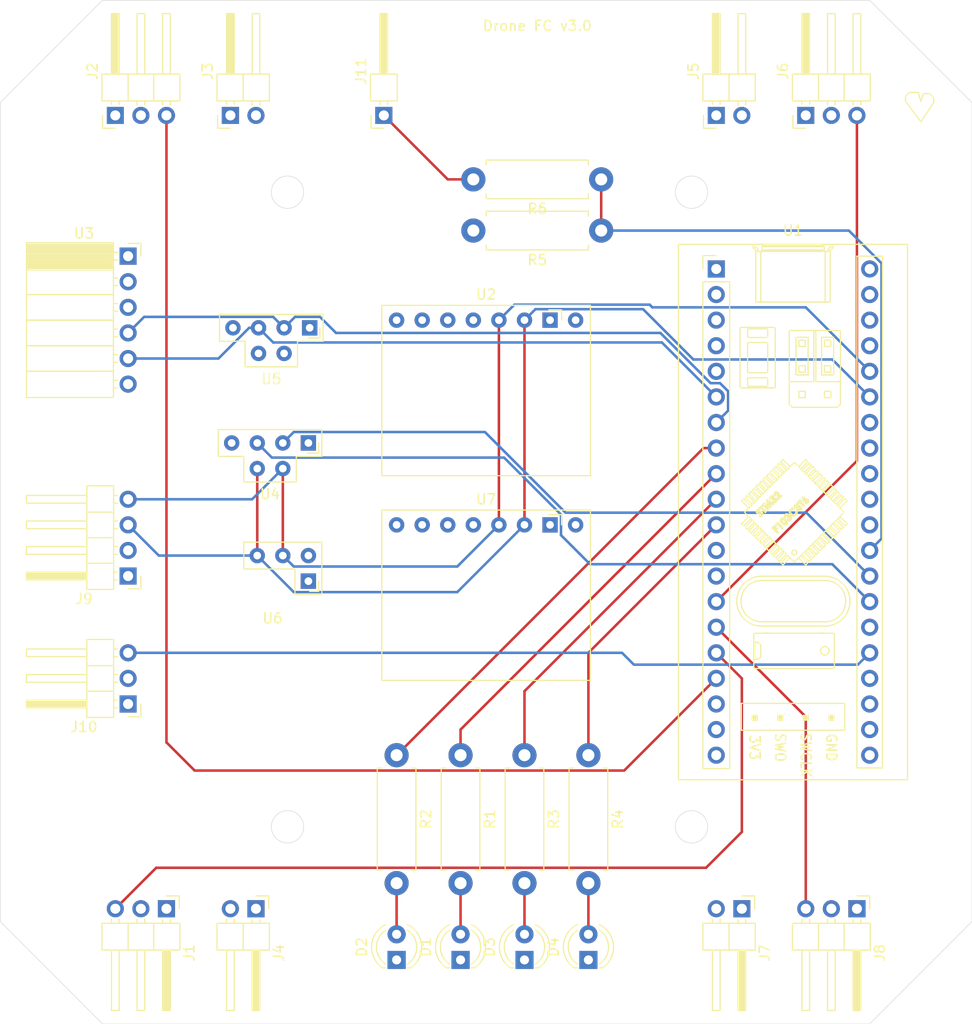
<source format=kicad_pcb>
(kicad_pcb (version 20171130) (host pcbnew "(5.1.10)-1")
  (layers (0 F.Cu signal) (1 In1.Cu signal hide) (2 In2.Cu signal hide) (31 B.Cu signal) (34 B.Paste user) (35 F.Paste user) (36 B.SilkS user) (37 F.SilkS user) (38 B.Mask user) (39 F.Mask user) (44 Edge.Cuts user))
  (net 0 "")
  (net 1 Earth)
  (net 2 "Net-(D1-Pad2)")
  (net 3 "Net-(D2-Pad2)")
  (net 4 "Net-(D3-Pad2)")
  (net 5 "Net-(D4-Pad2)")
  (net 6 /ESC3)
  (net 7 "Net-(J1-Pad2)")
  (net 8 /ESC4)
  (net 9 "Net-(J2-Pad2)")
  (net 10 /5V)
  (net 11 /ESC1)
  (net 12 /ESC2)
  (net 13 /SDA)
  (net 14 /SCL)
  (net 15 /PPM)
  (net 16 "Net-(J11-Pad1)")
  (net 17 /RED_LED)
  (net 18 /GREEN_LED)
  (net 19 /YELLOW_LED)
  (net 20 /BLUE_LED)
  (net 21 /VOLTAGE)
  (net 22 "Net-(U1-Pad1)")
  (net 23 "Net-(U1-Pad2)")
  (net 24 "Net-(U1-Pad38)")
  (net 25 "Net-(U1-Pad3)")
  (net 26 "Net-(U1-Pad37)")
  (net 27 "Net-(U1-Pad4)")
  (net 28 "Net-(U1-Pad5)")
  (net 29 /RX)
  (net 30 "Net-(U1-Pad34)")
  (net 31 /TX)
  (net 32 "Net-(U1-Pad33)")
  (net 33 "Net-(U1-Pad32)")
  (net 34 "Net-(U1-Pad31)")
  (net 35 "Net-(U1-Pad30)")
  (net 36 /TX2)
  (net 37 /RX2)
  (net 38 "Net-(U1-Pad26)")
  (net 39 "Net-(U1-Pad24)")
  (net 40 "Net-(U1-Pad23)")
  (net 41 "Net-(U1-Pad22)")
  (net 42 "Net-(U1-Pad21)")
  (net 43 /3V3)
  (net 44 "Net-(J7-Pad2)")
  (net 45 "Net-(U2-Pad5)")
  (net 46 "Net-(U2-Pad6)")
  (net 47 "Net-(U2-Pad7)")
  (net 48 "Net-(U2-Pad8)")
  (net 49 "Net-(U3-Pad2)")
  (net 50 "Net-(U3-Pad6)")
  (net 51 "Net-(U7-Pad8)")
  (net 52 "Net-(U7-Pad6)")
  (net 53 "Net-(U7-Pad5)")
  (net 54 "Net-(U1-Pad12)")
  (net 55 "Net-(U1-Pad13)")
  (net 56 "Net-(U5-Pad5)")
  (net 57 "Net-(U5-Pad6)")
  (module Footprints:Barometer (layer F.Cu) (at 131.191 108.331 180)
    (fp_text reference U6 (at 1.27 -3.81) (layer F.SilkS))
    (fp_text value Barometer)
    (pad 1 thru_hole rect (at -2.286 -0.127 180) (size 1.524 1.524) (drill 0.762) (layers *.Cu *.Mask) (net 1 Earth))
    (pad 2 thru_hole circle (at -2.286 2.413 180) (size 1.524 1.524) (drill 0.762) (layers *.Cu *.Mask) (net 43 /3V3))
    (pad 3 thru_hole circle (at 0.254 2.413 180) (size 1.524 1.524) (drill 0.762) (layers *.Cu *.Mask) (net 13 /SDA))
    (pad 4 thru_hole circle (at 2.794 2.413 180) (size 1.524 1.524) (drill 0.762) (layers *.Cu *.Mask) (net 14 /SCL))
  )
  (module LED_THT:LED_D4.0mm (layer F.Cu) (at 148.59 146.05 90)
    (fp_text reference D1 (at 1.27 -3.46 90) (layer F.SilkS))
    (fp_text value LED)
    (pad 2 thru_hole circle (at 2.54 0 90) (size 1.8 1.8) (drill 0.9) (layers *.Cu *.Mask) (net 2 "Net-(D1-Pad2)"))
    (pad 1 thru_hole rect (at 0 0 90) (size 1.8 1.8) (drill 0.9) (layers *.Cu *.Mask) (net 1 Earth))
  )
  (module LED_THT:LED_D4.0mm (layer F.Cu) (at 142.24 146.05 90)
    (fp_text reference D2 (at 1.27 -3.46 90) (layer F.SilkS))
    (fp_text value LED)
    (pad 2 thru_hole circle (at 2.54 0 90) (size 1.8 1.8) (drill 0.9) (layers *.Cu *.Mask) (net 3 "Net-(D2-Pad2)"))
    (pad 1 thru_hole rect (at 0 0 90) (size 1.8 1.8) (drill 0.9) (layers *.Cu *.Mask) (net 1 Earth))
  )
  (module LED_THT:LED_D4.0mm (layer F.Cu) (at 154.94 146.05 90)
    (fp_text reference D3 (at 1.27 -3.46 90) (layer F.SilkS))
    (fp_text value LED)
    (pad 2 thru_hole circle (at 2.54 0 90) (size 1.8 1.8) (drill 0.9) (layers *.Cu *.Mask) (net 4 "Net-(D3-Pad2)"))
    (pad 1 thru_hole rect (at 0 0 90) (size 1.8 1.8) (drill 0.9) (layers *.Cu *.Mask) (net 1 Earth))
  )
  (module LED_THT:LED_D4.0mm (layer F.Cu) (at 161.29 146.05 90)
    (fp_text reference D4 (at 1.27 -3.46 90) (layer F.SilkS))
    (fp_text value LED)
    (pad 2 thru_hole circle (at 2.54 0 90) (size 1.8 1.8) (drill 0.9) (layers *.Cu *.Mask) (net 5 "Net-(D4-Pad2)"))
    (pad 1 thru_hole rect (at 0 0 90) (size 1.8 1.8) (drill 0.9) (layers *.Cu *.Mask) (net 1 Earth))
  )
  (module Connector_PinHeader_2.54mm:PinHeader_1x03_P2.54mm_Horizontal (layer F.Cu) (at 119.38 140.97 270)
    (fp_text reference J1 (at 4.385 -2.27 90) (layer F.SilkS))
    (fp_text value ESC3)
    (pad 3 thru_hole oval (at 0 5.08 270) (size 1.7 1.7) (drill 1) (layers *.Cu *.Mask) (net 6 /ESC3))
    (pad 2 thru_hole oval (at 0 2.54 270) (size 1.7 1.7) (drill 1) (layers *.Cu *.Mask) (net 7 "Net-(J1-Pad2)"))
    (pad 1 thru_hole rect (at 0 0 270) (size 1.7 1.7) (drill 1) (layers *.Cu *.Mask) (net 1 Earth))
  )
  (module Connector_PinHeader_2.54mm:PinHeader_1x03_P2.54mm_Horizontal (layer F.Cu) (at 114.3 62.23 90)
    (fp_text reference J2 (at 4.385 -2.27 90) (layer F.SilkS))
    (fp_text value ESC4)
    (pad 3 thru_hole oval (at 0 5.08 90) (size 1.7 1.7) (drill 1) (layers *.Cu *.Mask) (net 8 /ESC4))
    (pad 2 thru_hole oval (at 0 2.54 90) (size 1.7 1.7) (drill 1) (layers *.Cu *.Mask) (net 9 "Net-(J2-Pad2)"))
    (pad 1 thru_hole rect (at 0 0 90) (size 1.7 1.7) (drill 1) (layers *.Cu *.Mask) (net 1 Earth))
  )
  (module Connector_PinHeader_2.54mm:PinHeader_1x02_P2.54mm_Horizontal (layer F.Cu) (at 125.73 62.23 90)
    (fp_text reference J3 (at 4.385 -2.27 90) (layer F.SilkS))
    (fp_text value LED4)
    (pad 2 thru_hole oval (at 0 2.54 90) (size 1.7 1.7) (drill 1) (layers *.Cu *.Mask) (net 9 "Net-(J2-Pad2)"))
    (pad 1 thru_hole rect (at 0 0 90) (size 1.7 1.7) (drill 1) (layers *.Cu *.Mask) (net 1 Earth))
  )
  (module Connector_PinHeader_2.54mm:PinHeader_1x02_P2.54mm_Horizontal (layer F.Cu) (at 128.27 140.97 270)
    (fp_text reference J4 (at 4.385 -2.27 90) (layer F.SilkS))
    (fp_text value LED3)
    (pad 2 thru_hole oval (at 0 2.54 270) (size 1.7 1.7) (drill 1) (layers *.Cu *.Mask) (net 7 "Net-(J1-Pad2)"))
    (pad 1 thru_hole rect (at 0 0 270) (size 1.7 1.7) (drill 1) (layers *.Cu *.Mask) (net 1 Earth))
  )
  (module Connector_PinHeader_2.54mm:PinHeader_1x02_P2.54mm_Horizontal (layer F.Cu) (at 173.99 62.23 90)
    (fp_text reference J5 (at 4.385 -2.27 90) (layer F.SilkS))
    (fp_text value LED1)
    (pad 2 thru_hole oval (at 0 2.54 90) (size 1.7 1.7) (drill 1) (layers *.Cu *.Mask) (net 10 /5V))
    (pad 1 thru_hole rect (at 0 0 90) (size 1.7 1.7) (drill 1) (layers *.Cu *.Mask) (net 1 Earth))
  )
  (module Connector_PinHeader_2.54mm:PinHeader_1x03_P2.54mm_Horizontal (layer F.Cu) (at 182.88 62.23 90)
    (fp_text reference J6 (at 4.385 -2.27 90) (layer F.SilkS))
    (fp_text value ESC1)
    (pad 3 thru_hole oval (at 0 5.08 90) (size 1.7 1.7) (drill 1) (layers *.Cu *.Mask) (net 11 /ESC1))
    (pad 2 thru_hole oval (at 0 2.54 90) (size 1.7 1.7) (drill 1) (layers *.Cu *.Mask) (net 10 /5V))
    (pad 1 thru_hole rect (at 0 0 90) (size 1.7 1.7) (drill 1) (layers *.Cu *.Mask) (net 1 Earth))
  )
  (module Connector_PinHeader_2.54mm:PinHeader_1x02_P2.54mm_Horizontal (layer F.Cu) (at 176.53 140.97 270)
    (fp_text reference J7 (at 4.385 -2.27 90) (layer F.SilkS))
    (fp_text value LED2)
    (pad 2 thru_hole oval (at 0 2.54 270) (size 1.7 1.7) (drill 1) (layers *.Cu *.Mask) (net 44 "Net-(J7-Pad2)"))
    (pad 1 thru_hole rect (at 0 0 270) (size 1.7 1.7) (drill 1) (layers *.Cu *.Mask) (net 1 Earth))
  )
  (module Connector_PinHeader_2.54mm:PinHeader_1x03_P2.54mm_Horizontal (layer F.Cu) (at 187.96 140.97 270)
    (fp_text reference J8 (at 4.385 -2.27 90) (layer F.SilkS))
    (fp_text value ESC2)
    (pad 3 thru_hole oval (at 0 5.08 270) (size 1.7 1.7) (drill 1) (layers *.Cu *.Mask) (net 12 /ESC2))
    (pad 2 thru_hole oval (at 0 2.54 270) (size 1.7 1.7) (drill 1) (layers *.Cu *.Mask) (net 44 "Net-(J7-Pad2)"))
    (pad 1 thru_hole rect (at 0 0 270) (size 1.7 1.7) (drill 1) (layers *.Cu *.Mask) (net 1 Earth))
  )
  (module Connector_PinHeader_2.54mm:PinHeader_1x04_P2.54mm_Horizontal (layer F.Cu) (at 115.57 107.95 180)
    (fp_text reference J9 (at 4.385 -2.27) (layer F.SilkS))
    (fp_text value Lidar)
    (pad 4 thru_hole oval (at 0 7.62 180) (size 1.7 1.7) (drill 1) (layers *.Cu *.Mask) (net 13 /SDA))
    (pad 3 thru_hole oval (at 0 5.08 180) (size 1.7 1.7) (drill 1) (layers *.Cu *.Mask) (net 14 /SCL))
    (pad 2 thru_hole oval (at 0 2.54 180) (size 1.7 1.7) (drill 1) (layers *.Cu *.Mask) (net 10 /5V))
    (pad 1 thru_hole rect (at 0 0 180) (size 1.7 1.7) (drill 1) (layers *.Cu *.Mask) (net 1 Earth))
  )
  (module Connector_PinHeader_2.54mm:PinHeader_1x03_P2.54mm_Horizontal (layer F.Cu) (at 115.57 120.65 180)
    (fp_text reference J10 (at 4.385 -2.27) (layer F.SilkS))
    (fp_text value RX)
    (pad 3 thru_hole oval (at 0 5.08 180) (size 1.7 1.7) (drill 1) (layers *.Cu *.Mask) (net 15 /PPM))
    (pad 2 thru_hole oval (at 0 2.54 180) (size 1.7 1.7) (drill 1) (layers *.Cu *.Mask) (net 10 /5V))
    (pad 1 thru_hole rect (at 0 0 180) (size 1.7 1.7) (drill 1) (layers *.Cu *.Mask) (net 1 Earth))
  )
  (module Connector_PinHeader_2.54mm:PinHeader_1x01_P2.54mm_Horizontal (layer F.Cu) (at 140.97 62.23 90)
    (fp_text reference J11 (at 4.385 -2.27 90) (layer F.SilkS))
    (fp_text value V_BATT)
    (pad 1 thru_hole rect (at 0 0 90) (size 1.7 1.7) (drill 1) (layers *.Cu *.Mask) (net 16 "Net-(J11-Pad1)"))
  )
  (module Resistor_THT:R_Axial_DIN0411_L9.9mm_D3.6mm_P12.70mm_Horizontal (layer F.Cu) (at 148.59 125.73 270)
    (fp_text reference R1 (at 6.35 -2.92 90) (layer F.SilkS))
    (fp_text value 100)
    (pad 2 thru_hole oval (at 12.7 0 270) (size 2.4 2.4) (drill 1.2) (layers *.Cu *.Mask) (net 2 "Net-(D1-Pad2)"))
    (pad 1 thru_hole circle (at 0 0 270) (size 2.4 2.4) (drill 1.2) (layers *.Cu *.Mask) (net 17 /RED_LED))
  )
  (module Resistor_THT:R_Axial_DIN0411_L9.9mm_D3.6mm_P12.70mm_Horizontal (layer F.Cu) (at 142.24 125.73 270)
    (fp_text reference R2 (at 6.35 -2.92 90) (layer F.SilkS))
    (fp_text value 100)
    (pad 2 thru_hole oval (at 12.7 0 270) (size 2.4 2.4) (drill 1.2) (layers *.Cu *.Mask) (net 3 "Net-(D2-Pad2)"))
    (pad 1 thru_hole circle (at 0 0 270) (size 2.4 2.4) (drill 1.2) (layers *.Cu *.Mask) (net 18 /GREEN_LED))
  )
  (module Resistor_THT:R_Axial_DIN0411_L9.9mm_D3.6mm_P12.70mm_Horizontal (layer F.Cu) (at 154.94 125.73 270)
    (fp_text reference R3 (at 6.35 -2.92 90) (layer F.SilkS))
    (fp_text value 100)
    (pad 2 thru_hole oval (at 12.7 0 270) (size 2.4 2.4) (drill 1.2) (layers *.Cu *.Mask) (net 4 "Net-(D3-Pad2)"))
    (pad 1 thru_hole circle (at 0 0 270) (size 2.4 2.4) (drill 1.2) (layers *.Cu *.Mask) (net 19 /YELLOW_LED))
  )
  (module Resistor_THT:R_Axial_DIN0411_L9.9mm_D3.6mm_P12.70mm_Horizontal (layer F.Cu) (at 161.29 125.73 270)
    (fp_text reference R4 (at 6.35 -2.92 90) (layer F.SilkS))
    (fp_text value 100)
    (pad 2 thru_hole oval (at 12.7 0 270) (size 2.4 2.4) (drill 1.2) (layers *.Cu *.Mask) (net 5 "Net-(D4-Pad2)"))
    (pad 1 thru_hole circle (at 0 0 270) (size 2.4 2.4) (drill 1.2) (layers *.Cu *.Mask) (net 20 /BLUE_LED))
  )
  (module Resistor_THT:R_Axial_DIN0411_L9.9mm_D3.6mm_P12.70mm_Horizontal (layer F.Cu) (at 162.56 73.66 180)
    (fp_text reference R5 (at 6.35 -2.92) (layer F.SilkS))
    (fp_text value 1k)
    (pad 2 thru_hole oval (at 12.7 0 180) (size 2.4 2.4) (drill 1.2) (layers *.Cu *.Mask) (net 1 Earth))
    (pad 1 thru_hole circle (at 0 0 180) (size 2.4 2.4) (drill 1.2) (layers *.Cu *.Mask) (net 21 /VOLTAGE))
  )
  (module Resistor_THT:R_Axial_DIN0411_L9.9mm_D3.6mm_P12.70mm_Horizontal (layer F.Cu) (at 162.56 68.58 180)
    (fp_text reference R6 (at 6.35 -2.92) (layer F.SilkS))
    (fp_text value 10k)
    (pad 2 thru_hole oval (at 12.7 0 180) (size 2.4 2.4) (drill 1.2) (layers *.Cu *.Mask) (net 16 "Net-(J11-Pad1)"))
    (pad 1 thru_hole circle (at 0 0 180) (size 2.4 2.4) (drill 1.2) (layers *.Cu *.Mask) (net 21 /VOLTAGE))
  )
  (module Drone:YAAJ_BluePill_1 (layer F.Cu) (at 173.99 77.47)
    (fp_text reference U1 (at 7.62 -3.81) (layer F.SilkS))
    (fp_text value YAAJ_BluePill_Part_Like hide)
    (fp_text user GND (at 11.43 47.498 270 unlocked) (layer F.SilkS) (effects (font (size 1 0.9))))
    (fp_text user SWCLK (at 8.89 48.26 270 unlocked) (layer F.SilkS) (effects (font (size 1 0.9))))
    (fp_text user SWO (at 6.35 47.498 270 unlocked) (layer F.SilkS) (effects (font (size 1 0.9))))
    (fp_text user 3V3 (at 3.81 47.498 270 unlocked) (layer F.SilkS) (effects (font (size 1 0.9))))
    (pad 20 thru_hole circle (at 0 48.26) (size 1.7 1.7) (drill 1) (layers *.Cu *.Mask) (net 43 /3V3))
    (pad 21 thru_hole circle (at 15.24 48.26) (size 1.7 1.7) (drill 1) (layers *.Cu *.Mask) (net 42 "Net-(U1-Pad21)"))
    (pad 19 thru_hole circle (at 0 45.72) (size 1.7 1.7) (drill 1) (layers *.Cu *.Mask) (net 1 Earth))
    (pad 22 thru_hole circle (at 15.24 45.72) (size 1.7 1.7) (drill 1) (layers *.Cu *.Mask) (net 41 "Net-(U1-Pad22)"))
    (pad 18 thru_hole circle (at 0 43.18) (size 1.7 1.7) (drill 1) (layers *.Cu *.Mask) (net 10 /5V))
    (pad 23 thru_hole circle (at 15.24 43.18) (size 1.7 1.7) (drill 1) (layers *.Cu *.Mask) (net 40 "Net-(U1-Pad23)"))
    (pad 17 thru_hole circle (at 0 40.64) (size 1.7 1.7) (drill 1) (layers *.Cu *.Mask) (net 8 /ESC4))
    (pad 24 thru_hole circle (at 15.24 40.64) (size 1.7 1.7) (drill 1) (layers *.Cu *.Mask) (net 39 "Net-(U1-Pad24)"))
    (pad 16 thru_hole circle (at 0 38.1) (size 1.7 1.7) (drill 1) (layers *.Cu *.Mask) (net 6 /ESC3))
    (pad 25 thru_hole circle (at 15.24 38.1) (size 1.7 1.7) (drill 1) (layers *.Cu *.Mask) (net 15 /PPM))
    (pad 15 thru_hole circle (at 0 35.56) (size 1.7 1.7) (drill 1) (layers *.Cu *.Mask) (net 12 /ESC2))
    (pad 26 thru_hole circle (at 15.24 35.56) (size 1.7 1.7) (drill 1) (layers *.Cu *.Mask) (net 38 "Net-(U1-Pad26)"))
    (pad 14 thru_hole circle (at 0 33.02) (size 1.7 1.7) (drill 1) (layers *.Cu *.Mask) (net 11 /ESC1))
    (pad 27 thru_hole circle (at 15.24 33.02) (size 1.7 1.7) (drill 1) (layers *.Cu *.Mask) (net 37 /RX2))
    (pad 13 thru_hole circle (at 0 30.48) (size 1.7 1.7) (drill 1) (layers *.Cu *.Mask) (net 55 "Net-(U1-Pad13)"))
    (pad 28 thru_hole circle (at 15.24 30.48) (size 1.7 1.7) (drill 1) (layers *.Cu *.Mask) (net 36 /TX2))
    (pad 12 thru_hole circle (at 0 27.94) (size 1.7 1.7) (drill 1) (layers *.Cu *.Mask) (net 54 "Net-(U1-Pad12)"))
    (pad 29 thru_hole circle (at 15.24 27.94) (size 1.7 1.7) (drill 1) (layers *.Cu *.Mask) (net 21 /VOLTAGE))
    (pad 11 thru_hole circle (at 0 25.4) (size 1.7 1.7) (drill 1) (layers *.Cu *.Mask) (net 20 /BLUE_LED))
    (pad 30 thru_hole circle (at 15.24 25.4) (size 1.7 1.7) (drill 1) (layers *.Cu *.Mask) (net 35 "Net-(U1-Pad30)"))
    (pad 10 thru_hole circle (at 0 22.86) (size 1.7 1.7) (drill 1) (layers *.Cu *.Mask) (net 19 /YELLOW_LED))
    (pad 31 thru_hole circle (at 15.24 22.86) (size 1.7 1.7) (drill 1) (layers *.Cu *.Mask) (net 34 "Net-(U1-Pad31)"))
    (pad 9 thru_hole circle (at 0 20.32) (size 1.7 1.7) (drill 1) (layers *.Cu *.Mask) (net 17 /RED_LED))
    (pad 32 thru_hole circle (at 15.24 20.32) (size 1.7 1.7) (drill 1) (layers *.Cu *.Mask) (net 33 "Net-(U1-Pad32)"))
    (pad 8 thru_hole circle (at 0 17.78) (size 1.7 1.7) (drill 1) (layers *.Cu *.Mask) (net 18 /GREEN_LED))
    (pad 33 thru_hole circle (at 15.24 17.78) (size 1.7 1.7) (drill 1) (layers *.Cu *.Mask) (net 32 "Net-(U1-Pad33)"))
    (pad 7 thru_hole circle (at 0 15.24) (size 1.7 1.7) (drill 1) (layers *.Cu *.Mask) (net 31 /TX))
    (pad 34 thru_hole circle (at 15.24 15.24) (size 1.7 1.7) (drill 1) (layers *.Cu *.Mask) (net 30 "Net-(U1-Pad34)"))
    (pad 6 thru_hole circle (at 0 12.7) (size 1.7 1.7) (drill 1) (layers *.Cu *.Mask) (net 29 /RX))
    (pad 35 thru_hole circle (at 15.24 12.7) (size 1.7 1.7) (drill 1) (layers *.Cu *.Mask) (net 14 /SCL))
    (pad 5 thru_hole circle (at 0 10.16) (size 1.7 1.7) (drill 1) (layers *.Cu *.Mask) (net 28 "Net-(U1-Pad5)"))
    (pad 36 thru_hole circle (at 15.24 10.16) (size 1.7 1.7) (drill 1) (layers *.Cu *.Mask) (net 13 /SDA))
    (pad 4 thru_hole circle (at 0 7.62) (size 1.7 1.7) (drill 1) (layers *.Cu *.Mask) (net 27 "Net-(U1-Pad4)"))
    (pad 37 thru_hole circle (at 15.24 7.62) (size 1.7 1.7) (drill 1) (layers *.Cu *.Mask) (net 26 "Net-(U1-Pad37)"))
    (pad 3 thru_hole circle (at 0 5.08) (size 1.7 1.7) (drill 1) (layers *.Cu *.Mask) (net 25 "Net-(U1-Pad3)"))
    (pad 38 thru_hole circle (at 15.24 5.08) (size 1.7 1.7) (drill 1) (layers *.Cu *.Mask) (net 24 "Net-(U1-Pad38)"))
    (pad 2 thru_hole circle (at 0 2.54) (size 1.7 1.7) (drill 1) (layers *.Cu *.Mask) (net 23 "Net-(U1-Pad2)"))
    (pad 39 thru_hole circle (at 15.24 2.54) (size 1.7 1.7) (drill 1) (layers *.Cu *.Mask) (net 1 Earth))
    (pad 1 thru_hole rect (at 0 0) (size 1.7 1.7) (drill 1) (layers *.Cu *.Mask) (net 22 "Net-(U1-Pad1)"))
    (pad 40 thru_hole circle (at 15.24 0) (size 1.7 1.7) (drill 1) (layers *.Cu *.Mask) (net 1 Earth))
  )
  (module Footprints:IMU (layer F.Cu) (at 151.13 81.28)
    (fp_text reference U2 (at 0 -1.27) (layer F.SilkS))
    (fp_text value mpu6050pcb)
    (pad 1 thru_hole circle (at 8.89 1.27) (size 1.524 1.524) (drill 0.762) (layers *.Cu *.Mask) (net 10 /5V))
    (pad 2 thru_hole rect (at 6.35 1.27) (size 1.524 1.524) (drill 0.762) (layers *.Cu *.Mask) (net 1 Earth))
    (pad 3 thru_hole circle (at 3.81 1.27) (size 1.524 1.524) (drill 0.762) (layers *.Cu *.Mask) (net 14 /SCL))
    (pad 8 thru_hole circle (at -8.89 1.27) (size 1.524 1.524) (drill 0.762) (layers *.Cu *.Mask) (net 48 "Net-(U2-Pad8)"))
    (pad 7 thru_hole circle (at -6.35 1.27) (size 1.524 1.524) (drill 0.762) (layers *.Cu *.Mask) (net 47 "Net-(U2-Pad7)"))
    (pad 6 thru_hole circle (at -3.81 1.27) (size 1.524 1.524) (drill 0.762) (layers *.Cu *.Mask) (net 46 "Net-(U2-Pad6)"))
    (pad 5 thru_hole circle (at -1.27 1.27) (size 1.524 1.524) (drill 0.762) (layers *.Cu *.Mask) (net 45 "Net-(U2-Pad5)"))
    (pad 4 thru_hole circle (at 1.27 1.27) (size 1.524 1.524) (drill 0.762) (layers *.Cu *.Mask) (net 13 /SDA))
  )
  (module Socket_Strips:Socket_Strip_Angled_1x06_Pitch2.54mm (layer F.Cu) (at 115.57 76.2)
    (fp_text reference U3 (at -4.38 -2.27) (layer F.SilkS))
    (fp_text value FTDI)
    (pad 6 thru_hole oval (at 0 12.7) (size 1.7 1.7) (drill 1) (layers *.Cu *.Mask) (net 50 "Net-(U3-Pad6)"))
    (pad 5 thru_hole oval (at 0 10.16) (size 1.7 1.7) (drill 1) (layers *.Cu *.Mask) (net 29 /RX))
    (pad 4 thru_hole oval (at 0 7.62) (size 1.7 1.7) (drill 1) (layers *.Cu *.Mask) (net 31 /TX))
    (pad 3 thru_hole oval (at 0 5.08) (size 1.7 1.7) (drill 1) (layers *.Cu *.Mask) (net 10 /5V))
    (pad 2 thru_hole oval (at 0 2.54) (size 1.7 1.7) (drill 1) (layers *.Cu *.Mask) (net 49 "Net-(U3-Pad2)"))
    (pad 1 thru_hole rect (at 0 0) (size 1.7 1.7) (drill 1) (layers *.Cu *.Mask) (net 1 Earth))
  )
  (module Footprints:GPS (layer F.Cu) (at 129.667 94.742 180)
    (fp_text reference U4 (at 0 -5.08) (layer F.SilkS))
    (fp_text value gps)
    (pad 6 thru_hole circle (at 1.27 -2.54 180) (size 1.524 1.524) (drill 0.762) (layers *.Cu *.Mask) (net 14 /SCL))
    (pad 5 thru_hole circle (at -1.27 -2.54 180) (size 1.524 1.524) (drill 0.762) (layers *.Cu *.Mask) (net 13 /SDA))
    (pad 4 thru_hole circle (at 3.81 0 180) (size 1.524 1.524) (drill 0.762) (layers *.Cu *.Mask) (net 10 /5V))
    (pad 3 thru_hole circle (at 1.27 0 180) (size 1.524 1.524) (drill 0.762) (layers *.Cu *.Mask) (net 37 /RX2))
    (pad 2 thru_hole circle (at -1.27 0 180) (size 1.524 1.524) (drill 0.762) (layers *.Cu *.Mask) (net 36 /TX2))
    (pad 1 thru_hole rect (at -3.81 0 180) (size 1.524 1.524) (drill 0.762) (layers *.Cu *.Mask) (net 1 Earth))
  )
  (module Footprints:GPS (layer F.Cu) (at 129.794 83.312 180)
    (fp_text reference U5 (at 0 -5.08) (layer F.SilkS))
    (fp_text value gps)
    (pad 6 thru_hole circle (at 1.27 -2.54 180) (size 1.524 1.524) (drill 0.762) (layers *.Cu *.Mask) (net 57 "Net-(U5-Pad6)"))
    (pad 5 thru_hole circle (at -1.27 -2.54 180) (size 1.524 1.524) (drill 0.762) (layers *.Cu *.Mask) (net 56 "Net-(U5-Pad5)"))
    (pad 4 thru_hole circle (at 3.81 0 180) (size 1.524 1.524) (drill 0.762) (layers *.Cu *.Mask) (net 10 /5V))
    (pad 3 thru_hole circle (at 1.27 0 180) (size 1.524 1.524) (drill 0.762) (layers *.Cu *.Mask) (net 29 /RX))
    (pad 2 thru_hole circle (at -1.27 0 180) (size 1.524 1.524) (drill 0.762) (layers *.Cu *.Mask) (net 31 /TX))
    (pad 1 thru_hole rect (at -3.81 0 180) (size 1.524 1.524) (drill 0.762) (layers *.Cu *.Mask) (net 1 Earth))
  )
  (module Footprints:IMU (layer F.Cu) (at 151.13 101.6)
    (fp_text reference U7 (at 0 -1.27) (layer F.SilkS))
    (fp_text value mpu6050pcb)
    (pad 1 thru_hole circle (at 8.89 1.27) (size 1.524 1.524) (drill 0.762) (layers *.Cu *.Mask) (net 10 /5V))
    (pad 2 thru_hole rect (at 6.35 1.27) (size 1.524 1.524) (drill 0.762) (layers *.Cu *.Mask) (net 1 Earth))
    (pad 3 thru_hole circle (at 3.81 1.27) (size 1.524 1.524) (drill 0.762) (layers *.Cu *.Mask) (net 14 /SCL))
    (pad 8 thru_hole circle (at -8.89 1.27) (size 1.524 1.524) (drill 0.762) (layers *.Cu *.Mask) (net 51 "Net-(U7-Pad8)"))
    (pad 7 thru_hole circle (at -6.35 1.27) (size 1.524 1.524) (drill 0.762) (layers *.Cu *.Mask) (net 43 /3V3))
    (pad 6 thru_hole circle (at -3.81 1.27) (size 1.524 1.524) (drill 0.762) (layers *.Cu *.Mask) (net 52 "Net-(U7-Pad6)"))
    (pad 5 thru_hole circle (at -1.27 1.27) (size 1.524 1.524) (drill 0.762) (layers *.Cu *.Mask) (net 53 "Net-(U7-Pad5)"))
    (pad 4 thru_hole circle (at 1.27 1.27) (size 1.524 1.524) (drill 0.762) (layers *.Cu *.Mask) (net 13 /SDA))
  )
  (gr_circle (center 171.532437 132.842) (end 171.024437 131.318) (layer Edge.Cuts) (width 0.05))
  (gr_line (start 194.31 60.833) (end 194.056 59.944) (layer F.SilkS) (width 0.12))
  (gr_line (start 194.564 60.071) (end 194.31 60.833) (layer F.SilkS) (width 0.12))
  (gr_line (start 195.199 60.071) (end 194.564 60.071) (layer F.SilkS) (width 0.12))
  (gr_line (start 195.58 60.452) (end 195.199 60.071) (layer F.SilkS) (width 0.12))
  (gr_line (start 195.58 60.96) (end 195.58 60.452) (layer F.SilkS) (width 0.12))
  (gr_line (start 194.31 62.865) (end 195.58 60.96) (layer F.SilkS) (width 0.12))
  (gr_line (start 192.786 60.833) (end 194.31 62.865) (layer F.SilkS) (width 0.12))
  (gr_line (start 192.786 60.325) (end 192.786 60.833) (layer F.SilkS) (width 0.12))
  (gr_line (start 193.167 59.944) (end 192.786 60.325) (layer F.SilkS) (width 0.12))
  (gr_line (start 194.056 59.944) (end 193.167 59.944) (layer F.SilkS) (width 0.12))
  (gr_text "Drone FC v3.0" (at 156.21 53.34) (layer F.SilkS) (effects (font (size 1 1))))
  (gr_circle (center 171.532437 69.85) (end 171.024437 68.326) (layer Edge.Cuts) (width 0.05))
  (gr_circle (center 131.400437 69.85) (end 130.892437 68.326) (layer Edge.Cuts) (width 0.05))
  (gr_circle (center 131.400437 132.842) (end 130.892437 131.318) (layer Edge.Cuts) (width 0.05))
  (gr_line (start 199.39 60.96) (end 199.39 142.24) (layer Edge.Cuts) (width 0.05))
  (gr_line (start 113.03 50.8) (end 189.23 50.8) (layer Edge.Cuts) (width 0.05))
  (gr_line (start 113.03 50.8) (end 102.87 60.96) (layer Edge.Cuts) (width 0.05))
  (gr_line (start 199.39 60.96) (end 189.23 50.8) (layer Edge.Cuts) (width 0.05))
  (gr_line (start 189.23 152.4) (end 199.39 142.24) (layer Edge.Cuts) (width 0.05))
  (gr_line (start 113.03 152.4) (end 102.87 142.24) (layer Edge.Cuts) (width 0.05))
  (gr_line (start 102.87 60.96) (end 102.87 142.24) (layer Edge.Cuts) (width 0.05))
  (gr_line (start 113.03 152.4) (end 189.23 152.4) (layer Edge.Cuts) (width 0.05))
  (segment (start 148.59 143.891) (end 148.59 143.51) (width 0.25) (layer F.Cu) (net 2))
  (segment (start 148.59 143.51) (end 148.59 138.43) (width 0.25) (layer F.Cu) (net 2))
  (segment (start 142.24 143.51) (end 142.24 138.43) (width 0.25) (layer F.Cu) (net 3))
  (segment (start 154.94 143.51) (end 154.94 138.43) (width 0.25) (layer F.Cu) (net 4))
  (segment (start 161.29 143.51) (end 161.29 138.43) (width 0.25) (layer F.Cu) (net 5))
  (segment (start 173.99 115.57) (end 176.53 118.11) (width 0.25) (layer F.Cu) (net 6))
  (segment (start 176.53 118.11) (end 176.53 133.35) (width 0.25) (layer F.Cu) (net 6))
  (segment (start 172.975001 136.904999) (end 118.365001 136.904999) (width 0.25) (layer F.Cu) (net 6))
  (segment (start 176.53 133.35) (end 172.975001 136.904999) (width 0.25) (layer F.Cu) (net 6))
  (segment (start 118.365001 136.904999) (end 114.3 140.97) (width 0.25) (layer F.Cu) (net 6))
  (segment (start 164.844999 127.255001) (end 122.175001 127.255001) (width 0.25) (layer F.Cu) (net 8))
  (segment (start 173.99 118.11) (end 164.844999 127.255001) (width 0.25) (layer F.Cu) (net 8))
  (segment (start 119.38 124.46) (end 119.38 62.23) (width 0.25) (layer F.Cu) (net 8))
  (segment (start 122.175001 127.255001) (end 119.38 124.46) (width 0.25) (layer F.Cu) (net 8))
  (segment (start 125.857 83.439) (end 125.984 83.312) (width 0.25) (layer F.Cu) (net 10))
  (segment (start 187.96 96.52) (end 187.96 62.23) (width 0.25) (layer F.Cu) (net 11))
  (segment (start 173.99 110.49) (end 187.96 96.52) (width 0.25) (layer F.Cu) (net 11))
  (segment (start 182.88 121.92) (end 173.99 113.03) (width 0.25) (layer F.Cu) (net 12))
  (segment (start 182.88 140.97) (end 182.88 121.92) (width 0.25) (layer F.Cu) (net 12))
  (segment (start 152.4 82.55) (end 152.4 102.87) (width 0.25) (layer F.Cu) (net 13))
  (segment (start 130.937 105.918) (end 130.937 97.282) (width 0.25) (layer F.Cu) (net 13))
  (segment (start 127.889 100.33) (end 130.937 97.282) (width 0.25) (layer B.Cu) (net 13))
  (segment (start 115.57 100.33) (end 127.889 100.33) (width 0.25) (layer B.Cu) (net 13))
  (segment (start 148.264999 107.005001) (end 152.4 102.87) (width 0.25) (layer B.Cu) (net 13))
  (segment (start 132.024001 107.005001) (end 148.264999 107.005001) (width 0.25) (layer B.Cu) (net 13))
  (segment (start 130.937 105.918) (end 132.024001 107.005001) (width 0.25) (layer B.Cu) (net 13))
  (segment (start 167.37299 81.01299) (end 153.93701 81.01299) (width 0.25) (layer B.Cu) (net 13))
  (segment (start 167.64 81.28) (end 167.37299 81.01299) (width 0.25) (layer B.Cu) (net 13))
  (segment (start 182.88 81.28) (end 167.64 81.28) (width 0.25) (layer B.Cu) (net 13))
  (segment (start 153.93701 81.01299) (end 152.4 82.55) (width 0.25) (layer B.Cu) (net 13))
  (segment (start 189.23 87.63) (end 182.88 81.28) (width 0.25) (layer B.Cu) (net 13))
  (segment (start 154.94 102.87) (end 154.94 82.55) (width 0.25) (layer F.Cu) (net 14))
  (segment (start 128.397 105.918) (end 128.397 97.282) (width 0.25) (layer F.Cu) (net 14))
  (segment (start 118.618 105.918) (end 115.57 102.87) (width 0.25) (layer B.Cu) (net 14))
  (segment (start 128.397 105.918) (end 118.618 105.918) (width 0.25) (layer B.Cu) (net 14))
  (segment (start 148.264999 109.545001) (end 154.94 102.87) (width 0.25) (layer B.Cu) (net 14))
  (segment (start 132.024001 109.545001) (end 148.264999 109.545001) (width 0.25) (layer B.Cu) (net 14))
  (segment (start 128.397 105.918) (end 132.024001 109.545001) (width 0.25) (layer B.Cu) (net 14))
  (segment (start 166.720407 81.462999) (end 156.027001 81.462999) (width 0.25) (layer B.Cu) (net 14))
  (segment (start 156.027001 81.462999) (end 154.94 82.55) (width 0.25) (layer B.Cu) (net 14))
  (segment (start 171.712407 86.454999) (end 166.720407 81.462999) (width 0.25) (layer B.Cu) (net 14))
  (segment (start 185.514999 86.454999) (end 171.712407 86.454999) (width 0.25) (layer B.Cu) (net 14))
  (segment (start 189.23 90.17) (end 185.514999 86.454999) (width 0.25) (layer B.Cu) (net 14))
  (segment (start 188.054999 116.745001) (end 189.23 115.57) (width 0.25) (layer B.Cu) (net 15))
  (segment (start 165.805999 116.745001) (end 188.054999 116.745001) (width 0.25) (layer B.Cu) (net 15))
  (segment (start 164.630998 115.57) (end 165.805999 116.745001) (width 0.25) (layer B.Cu) (net 15))
  (segment (start 115.57 115.57) (end 164.630998 115.57) (width 0.25) (layer B.Cu) (net 15))
  (segment (start 147.32 68.58) (end 140.97 62.23) (width 0.25) (layer F.Cu) (net 16))
  (segment (start 149.86 68.58) (end 147.32 68.58) (width 0.25) (layer F.Cu) (net 16))
  (segment (start 148.59 123.19) (end 173.99 97.79) (width 0.25) (layer F.Cu) (net 17))
  (segment (start 148.59 125.73) (end 148.59 123.19) (width 0.25) (layer F.Cu) (net 17))
  (segment (start 172.72 95.25) (end 173.99 95.25) (width 0.25) (layer F.Cu) (net 18))
  (segment (start 142.24 125.73) (end 172.72 95.25) (width 0.25) (layer F.Cu) (net 18))
  (segment (start 154.94 119.38) (end 173.99 100.33) (width 0.25) (layer F.Cu) (net 19))
  (segment (start 154.94 125.73) (end 154.94 119.38) (width 0.25) (layer F.Cu) (net 19))
  (segment (start 161.29 115.57) (end 173.99 102.87) (width 0.25) (layer F.Cu) (net 20))
  (segment (start 161.29 125.73) (end 161.29 115.57) (width 0.25) (layer F.Cu) (net 20))
  (segment (start 162.56 73.66) (end 162.56 68.58) (width 0.25) (layer F.Cu) (net 21))
  (segment (start 187.159002 73.66) (end 162.56 73.66) (width 0.25) (layer B.Cu) (net 21))
  (segment (start 190.405001 76.905999) (end 187.159002 73.66) (width 0.25) (layer B.Cu) (net 21))
  (segment (start 190.405001 104.234999) (end 190.405001 76.905999) (width 0.25) (layer B.Cu) (net 21))
  (segment (start 189.23 105.41) (end 190.405001 104.234999) (width 0.25) (layer B.Cu) (net 21))
  (segment (start 127.592762 83.312) (end 128.524 83.312) (width 0.25) (layer B.Cu) (net 29))
  (segment (start 124.544762 86.36) (end 127.592762 83.312) (width 0.25) (layer B.Cu) (net 29))
  (segment (start 115.57 86.36) (end 124.544762 86.36) (width 0.25) (layer B.Cu) (net 29))
  (segment (start 129.976999 84.764999) (end 128.524 83.312) (width 0.25) (layer B.Cu) (net 29))
  (segment (start 168.584999 84.764999) (end 129.976999 84.764999) (width 0.25) (layer B.Cu) (net 29))
  (segment (start 173.99 90.17) (end 168.584999 84.764999) (width 0.25) (layer B.Cu) (net 29))
  (segment (start 129.976999 82.224999) (end 131.064 83.312) (width 0.25) (layer B.Cu) (net 31))
  (segment (start 117.165001 82.224999) (end 129.976999 82.224999) (width 0.25) (layer B.Cu) (net 31))
  (segment (start 115.57 83.82) (end 117.165001 82.224999) (width 0.25) (layer B.Cu) (net 31))
  (segment (start 132.151001 82.224999) (end 131.064 83.312) (width 0.25) (layer B.Cu) (net 31))
  (segment (start 134.626001 82.224999) (end 132.151001 82.224999) (width 0.25) (layer B.Cu) (net 31))
  (segment (start 168.440998 83.82) (end 136.221002 83.82) (width 0.25) (layer B.Cu) (net 31))
  (segment (start 173.425999 88.805001) (end 168.440998 83.82) (width 0.25) (layer B.Cu) (net 31))
  (segment (start 174.364003 88.805001) (end 173.425999 88.805001) (width 0.25) (layer B.Cu) (net 31))
  (segment (start 136.221002 83.82) (end 134.626001 82.224999) (width 0.25) (layer B.Cu) (net 31))
  (segment (start 175.165001 89.605999) (end 174.364003 88.805001) (width 0.25) (layer B.Cu) (net 31))
  (segment (start 175.165001 91.534999) (end 175.165001 89.605999) (width 0.25) (layer B.Cu) (net 31))
  (segment (start 173.99 92.71) (end 175.165001 91.534999) (width 0.25) (layer B.Cu) (net 31))
  (segment (start 132.024001 93.654999) (end 130.937 94.742) (width 0.25) (layer B.Cu) (net 36))
  (segment (start 151.010411 93.654999) (end 132.024001 93.654999) (width 0.25) (layer B.Cu) (net 36))
  (segment (start 159.01701 101.661598) (end 151.010411 93.654999) (width 0.25) (layer B.Cu) (net 36))
  (segment (start 182.941598 101.661598) (end 159.01701 101.661598) (width 0.25) (layer B.Cu) (net 36))
  (segment (start 189.23 107.95) (end 182.941598 101.661598) (width 0.25) (layer B.Cu) (net 36))
  (segment (start 152.914001 96.194999) (end 129.849999 96.194999) (width 0.25) (layer B.Cu) (net 37))
  (segment (start 129.849999 96.194999) (end 128.397 94.742) (width 0.25) (layer B.Cu) (net 37))
  (segment (start 158.567001 101.847999) (end 152.914001 96.194999) (width 0.25) (layer B.Cu) (net 37))
  (segment (start 158.567001 103.892001) (end 158.567001 101.847999) (width 0.25) (layer B.Cu) (net 37))
  (segment (start 161.449999 106.774999) (end 158.567001 103.892001) (width 0.25) (layer B.Cu) (net 37))
  (segment (start 185.514999 106.774999) (end 161.449999 106.774999) (width 0.25) (layer B.Cu) (net 37))
  (segment (start 189.23 110.49) (end 185.514999 106.774999) (width 0.25) (layer B.Cu) (net 37))
)
</source>
